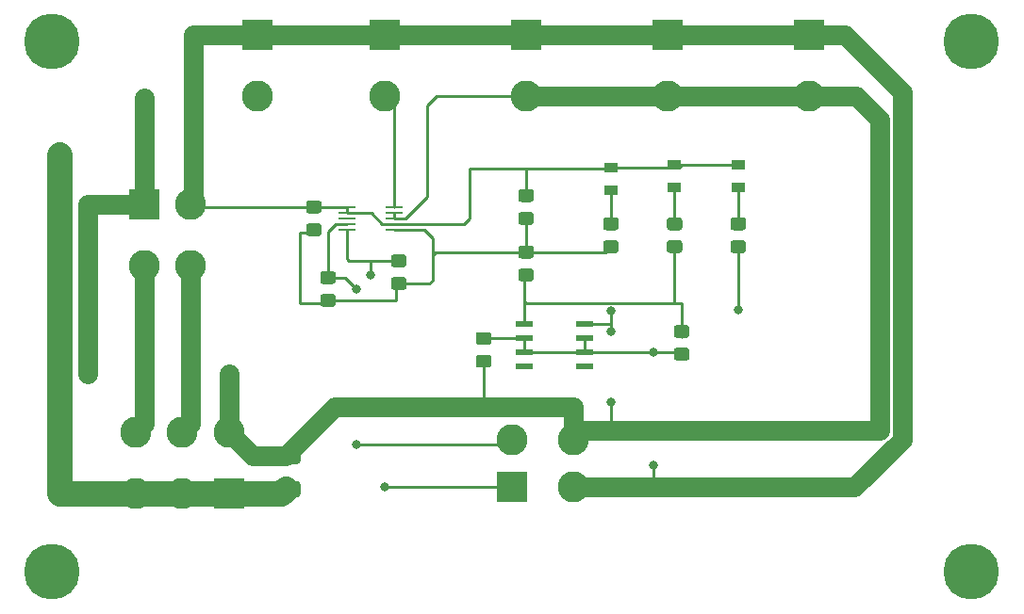
<source format=gbr>
%TF.GenerationSoftware,KiCad,Pcbnew,(5.1.6)-1*%
%TF.CreationDate,2020-11-22T13:37:39-05:00*%
%TF.ProjectId,GLV_BOBV6,474c565f-424f-4425-9636-2e6b69636164,rev?*%
%TF.SameCoordinates,Original*%
%TF.FileFunction,Copper,L1,Top*%
%TF.FilePolarity,Positive*%
%FSLAX46Y46*%
G04 Gerber Fmt 4.6, Leading zero omitted, Abs format (unit mm)*
G04 Created by KiCad (PCBNEW (5.1.6)-1) date 2020-11-22 13:37:39*
%MOMM*%
%LPD*%
G01*
G04 APERTURE LIST*
%TA.AperFunction,SMDPad,CuDef*%
%ADD10R,1.549400X0.558800*%
%TD*%
%TA.AperFunction,SMDPad,CuDef*%
%ADD11R,1.244600X0.863600*%
%TD*%
%TA.AperFunction,ComponentPad*%
%ADD12R,2.800000X2.800000*%
%TD*%
%TA.AperFunction,ComponentPad*%
%ADD13C,2.800000*%
%TD*%
%TA.AperFunction,SMDPad,CuDef*%
%ADD14R,1.574800X0.279400*%
%TD*%
%TA.AperFunction,ComponentPad*%
%ADD15C,5.000000*%
%TD*%
%TA.AperFunction,ViaPad*%
%ADD16C,0.800000*%
%TD*%
%TA.AperFunction,Conductor*%
%ADD17C,0.250000*%
%TD*%
%TA.AperFunction,Conductor*%
%ADD18C,1.800000*%
%TD*%
%TA.AperFunction,Conductor*%
%ADD19C,2.300000*%
%TD*%
G04 APERTURE END LIST*
%TO.P,R3,1*%
%TO.N,/3.3V_NOT_ISO*%
%TA.AperFunction,SMDPad,CuDef*%
G36*
G01*
X149040001Y-46050000D02*
X148139999Y-46050000D01*
G75*
G02*
X147890000Y-45800001I0J249999D01*
G01*
X147890000Y-45149999D01*
G75*
G02*
X148139999Y-44900000I249999J0D01*
G01*
X149040001Y-44900000D01*
G75*
G02*
X149290000Y-45149999I0J-249999D01*
G01*
X149290000Y-45800001D01*
G75*
G02*
X149040001Y-46050000I-249999J0D01*
G01*
G37*
%TD.AperFunction*%
%TO.P,R3,2*%
%TO.N,/SDA_NOT_ISO*%
%TA.AperFunction,SMDPad,CuDef*%
G36*
G01*
X149040001Y-44000000D02*
X148139999Y-44000000D01*
G75*
G02*
X147890000Y-43750001I0J249999D01*
G01*
X147890000Y-43099999D01*
G75*
G02*
X148139999Y-42850000I249999J0D01*
G01*
X149040001Y-42850000D01*
G75*
G02*
X149290000Y-43099999I0J-249999D01*
G01*
X149290000Y-43750001D01*
G75*
G02*
X149040001Y-44000000I-249999J0D01*
G01*
G37*
%TD.AperFunction*%
%TD*%
%TO.P,R2,2*%
%TO.N,/SCL_NOT_ISO*%
%TA.AperFunction,SMDPad,CuDef*%
G36*
G01*
X155390001Y-42485000D02*
X154489999Y-42485000D01*
G75*
G02*
X154240000Y-42235001I0J249999D01*
G01*
X154240000Y-41584999D01*
G75*
G02*
X154489999Y-41335000I249999J0D01*
G01*
X155390001Y-41335000D01*
G75*
G02*
X155640000Y-41584999I0J-249999D01*
G01*
X155640000Y-42235001D01*
G75*
G02*
X155390001Y-42485000I-249999J0D01*
G01*
G37*
%TD.AperFunction*%
%TO.P,R2,1*%
%TO.N,/3.3V_NOT_ISO*%
%TA.AperFunction,SMDPad,CuDef*%
G36*
G01*
X155390001Y-44535000D02*
X154489999Y-44535000D01*
G75*
G02*
X154240000Y-44285001I0J249999D01*
G01*
X154240000Y-43634999D01*
G75*
G02*
X154489999Y-43385000I249999J0D01*
G01*
X155390001Y-43385000D01*
G75*
G02*
X155640000Y-43634999I0J-249999D01*
G01*
X155640000Y-44285001D01*
G75*
G02*
X155390001Y-44535000I-249999J0D01*
G01*
G37*
%TD.AperFunction*%
%TD*%
%TO.P,C1,1*%
%TO.N,/3.3V_NOT_ISO*%
%TA.AperFunction,SMDPad,CuDef*%
G36*
G01*
X147770001Y-39700000D02*
X146869999Y-39700000D01*
G75*
G02*
X146620000Y-39450001I0J249999D01*
G01*
X146620000Y-38799999D01*
G75*
G02*
X146869999Y-38550000I249999J0D01*
G01*
X147770001Y-38550000D01*
G75*
G02*
X148020000Y-38799999I0J-249999D01*
G01*
X148020000Y-39450001D01*
G75*
G02*
X147770001Y-39700000I-249999J0D01*
G01*
G37*
%TD.AperFunction*%
%TO.P,C1,2*%
%TO.N,/GLV_RTN*%
%TA.AperFunction,SMDPad,CuDef*%
G36*
G01*
X147770001Y-37650000D02*
X146869999Y-37650000D01*
G75*
G02*
X146620000Y-37400001I0J249999D01*
G01*
X146620000Y-36749999D01*
G75*
G02*
X146869999Y-36500000I249999J0D01*
G01*
X147770001Y-36500000D01*
G75*
G02*
X148020000Y-36749999I0J-249999D01*
G01*
X148020000Y-37400001D01*
G75*
G02*
X147770001Y-37650000I-249999J0D01*
G01*
G37*
%TD.AperFunction*%
%TD*%
%TO.P,C2,2*%
%TO.N,/24V*%
%TA.AperFunction,SMDPad,CuDef*%
G36*
G01*
X162109999Y-50370000D02*
X163010001Y-50370000D01*
G75*
G02*
X163260000Y-50619999I0J-249999D01*
G01*
X163260000Y-51270001D01*
G75*
G02*
X163010001Y-51520000I-249999J0D01*
G01*
X162109999Y-51520000D01*
G75*
G02*
X161860000Y-51270001I0J249999D01*
G01*
X161860000Y-50619999D01*
G75*
G02*
X162109999Y-50370000I249999J0D01*
G01*
G37*
%TD.AperFunction*%
%TO.P,C2,1*%
%TO.N,/GLV_RTN*%
%TA.AperFunction,SMDPad,CuDef*%
G36*
G01*
X162109999Y-48320000D02*
X163010001Y-48320000D01*
G75*
G02*
X163260000Y-48569999I0J-249999D01*
G01*
X163260000Y-49220001D01*
G75*
G02*
X163010001Y-49470000I-249999J0D01*
G01*
X162109999Y-49470000D01*
G75*
G02*
X161860000Y-49220001I0J249999D01*
G01*
X161860000Y-48569999D01*
G75*
G02*
X162109999Y-48320000I249999J0D01*
G01*
G37*
%TD.AperFunction*%
%TD*%
%TO.P,C3,1*%
%TO.N,/GLV_RTN*%
%TA.AperFunction,SMDPad,CuDef*%
G36*
G01*
X180790001Y-50885000D02*
X179889999Y-50885000D01*
G75*
G02*
X179640000Y-50635001I0J249999D01*
G01*
X179640000Y-49984999D01*
G75*
G02*
X179889999Y-49735000I249999J0D01*
G01*
X180790001Y-49735000D01*
G75*
G02*
X181040000Y-49984999I0J-249999D01*
G01*
X181040000Y-50635001D01*
G75*
G02*
X180790001Y-50885000I-249999J0D01*
G01*
G37*
%TD.AperFunction*%
%TO.P,C3,2*%
%TO.N,/5V_NOT_ISO*%
%TA.AperFunction,SMDPad,CuDef*%
G36*
G01*
X180790001Y-48835000D02*
X179889999Y-48835000D01*
G75*
G02*
X179640000Y-48585001I0J249999D01*
G01*
X179640000Y-47934999D01*
G75*
G02*
X179889999Y-47685000I249999J0D01*
G01*
X180790001Y-47685000D01*
G75*
G02*
X181040000Y-47934999I0J-249999D01*
G01*
X181040000Y-48585001D01*
G75*
G02*
X180790001Y-48835000I-249999J0D01*
G01*
G37*
%TD.AperFunction*%
%TD*%
D10*
%TO.P,CR1,1*%
%TO.N,/5V_NOT_ISO*%
X166230300Y-47625000D03*
%TO.P,CR1,2*%
%TO.N,/GLV_RTN*%
X166230300Y-48895000D03*
%TO.P,CR1,3*%
X166230300Y-50165000D03*
%TO.P,CR1,4*%
%TO.N,Net-(CR1-Pad4)*%
X166230300Y-51435000D03*
%TO.P,CR1,5*%
%TO.N,Net-(CR1-Pad5)*%
X171589700Y-51435000D03*
%TO.P,CR1,6*%
%TO.N,/GLV_RTN*%
X171589700Y-50165000D03*
%TO.P,CR1,7*%
X171589700Y-48895000D03*
%TO.P,CR1,8*%
%TO.N,/24V*%
X171589700Y-47625000D03*
%TD*%
D11*
%TO.P,D1,1*%
%TO.N,/GLV_RTN*%
X173990000Y-33502600D03*
%TO.P,D1,2*%
%TO.N,Net-(D1-Pad2)*%
X173990000Y-35560000D03*
%TD*%
%TO.P,D2,2*%
%TO.N,Net-(D2-Pad2)*%
X179705000Y-35318700D03*
%TO.P,D2,1*%
%TO.N,/GLV_RTN*%
X179705000Y-33261300D03*
%TD*%
%TO.P,D3,1*%
%TO.N,/GLV_RTN*%
X185420000Y-33261300D03*
%TO.P,D3,2*%
%TO.N,Net-(D3-Pad2)*%
X185420000Y-35318700D03*
%TD*%
D12*
%TO.P,J1,1*%
%TO.N,/GLV_RTN*%
X153670000Y-21590000D03*
D13*
%TO.P,J1,2*%
%TO.N,/BATT+*%
X153670000Y-27090000D03*
%TD*%
D12*
%TO.P,J2,1*%
%TO.N,/GLV_RTN*%
X179070000Y-21590000D03*
D13*
%TO.P,J2,2*%
%TO.N,/24V*%
X179070000Y-27090000D03*
%TD*%
%TO.P,J3,2*%
%TO.N,/24V*%
X142240000Y-27090000D03*
D12*
%TO.P,J3,1*%
%TO.N,/GLV_RTN*%
X142240000Y-21590000D03*
%TD*%
%TO.P,J4,1*%
%TO.N,/GLV_RTN*%
X166370000Y-21590000D03*
D13*
%TO.P,J4,2*%
%TO.N,/24V*%
X166370000Y-27090000D03*
%TD*%
%TO.P,J5,4*%
%TO.N,/24V*%
X170600000Y-58030000D03*
%TO.P,J5,3*%
%TO.N,/GLV_RTN*%
X170600000Y-62230000D03*
%TO.P,J5,2*%
%TO.N,/SDA_NOT_ISO*%
X165100000Y-58030000D03*
D12*
%TO.P,J5,1*%
%TO.N,/SCL_NOT_ISO*%
X165100000Y-62230000D03*
%TD*%
%TO.P,J6,1*%
%TO.N,/24V*%
X132080000Y-36830000D03*
D13*
%TO.P,J6,2*%
%TO.N,/GLV_RTN*%
X136280000Y-36830000D03*
%TO.P,J6,3*%
%TO.N,/BREAKER_OUT_SL*%
X132080000Y-42330000D03*
%TO.P,J6,4*%
%TO.N,/BREAKER_OUT_COOL*%
X136280000Y-42330000D03*
%TD*%
D12*
%TO.P,J8,1*%
%TO.N,/BATT+*%
X139700000Y-62865000D03*
D13*
%TO.P,J8,2*%
X135500000Y-62865000D03*
%TO.P,J8,3*%
X131300000Y-62865000D03*
%TO.P,J8,4*%
%TO.N,/24V*%
X139700000Y-57365000D03*
%TO.P,J8,5*%
%TO.N,/BREAKER_OUT_COOL*%
X135500000Y-57365000D03*
%TO.P,J8,6*%
%TO.N,/BREAKER_OUT_SL*%
X131300000Y-57365000D03*
%TD*%
%TO.P,J9,2*%
%TO.N,/24V*%
X191770000Y-27090000D03*
D12*
%TO.P,J9,1*%
%TO.N,/GLV_RTN*%
X191770000Y-21590000D03*
%TD*%
%TO.P,R1,1*%
%TO.N,/24V*%
%TA.AperFunction,SMDPad,CuDef*%
G36*
G01*
X143705000Y-58760000D02*
X145855000Y-58760000D01*
G75*
G02*
X146105000Y-59010000I0J-250000D01*
G01*
X146105000Y-59935000D01*
G75*
G02*
X145855000Y-60185000I-250000J0D01*
G01*
X143705000Y-60185000D01*
G75*
G02*
X143455000Y-59935000I0J250000D01*
G01*
X143455000Y-59010000D01*
G75*
G02*
X143705000Y-58760000I250000J0D01*
G01*
G37*
%TD.AperFunction*%
%TO.P,R1,2*%
%TO.N,/BATT+*%
%TA.AperFunction,SMDPad,CuDef*%
G36*
G01*
X143705000Y-61735000D02*
X145855000Y-61735000D01*
G75*
G02*
X146105000Y-61985000I0J-250000D01*
G01*
X146105000Y-62910000D01*
G75*
G02*
X145855000Y-63160000I-250000J0D01*
G01*
X143705000Y-63160000D01*
G75*
G02*
X143455000Y-62910000I0J250000D01*
G01*
X143455000Y-61985000D01*
G75*
G02*
X143705000Y-61735000I250000J0D01*
G01*
G37*
%TD.AperFunction*%
%TD*%
%TO.P,R4,2*%
%TO.N,/3.3V_NOT_ISO*%
%TA.AperFunction,SMDPad,CuDef*%
G36*
G01*
X166820001Y-41705000D02*
X165919999Y-41705000D01*
G75*
G02*
X165670000Y-41455001I0J249999D01*
G01*
X165670000Y-40804999D01*
G75*
G02*
X165919999Y-40555000I249999J0D01*
G01*
X166820001Y-40555000D01*
G75*
G02*
X167070000Y-40804999I0J-249999D01*
G01*
X167070000Y-41455001D01*
G75*
G02*
X166820001Y-41705000I-249999J0D01*
G01*
G37*
%TD.AperFunction*%
%TO.P,R4,1*%
%TO.N,/5V_NOT_ISO*%
%TA.AperFunction,SMDPad,CuDef*%
G36*
G01*
X166820001Y-43755000D02*
X165919999Y-43755000D01*
G75*
G02*
X165670000Y-43505001I0J249999D01*
G01*
X165670000Y-42854999D01*
G75*
G02*
X165919999Y-42605000I249999J0D01*
G01*
X166820001Y-42605000D01*
G75*
G02*
X167070000Y-42854999I0J-249999D01*
G01*
X167070000Y-43505001D01*
G75*
G02*
X166820001Y-43755000I-249999J0D01*
G01*
G37*
%TD.AperFunction*%
%TD*%
%TO.P,R5,1*%
%TO.N,/3.3V_NOT_ISO*%
%TA.AperFunction,SMDPad,CuDef*%
G36*
G01*
X166820001Y-38675000D02*
X165919999Y-38675000D01*
G75*
G02*
X165670000Y-38425001I0J249999D01*
G01*
X165670000Y-37774999D01*
G75*
G02*
X165919999Y-37525000I249999J0D01*
G01*
X166820001Y-37525000D01*
G75*
G02*
X167070000Y-37774999I0J-249999D01*
G01*
X167070000Y-38425001D01*
G75*
G02*
X166820001Y-38675000I-249999J0D01*
G01*
G37*
%TD.AperFunction*%
%TO.P,R5,2*%
%TO.N,/GLV_RTN*%
%TA.AperFunction,SMDPad,CuDef*%
G36*
G01*
X166820001Y-36625000D02*
X165919999Y-36625000D01*
G75*
G02*
X165670000Y-36375001I0J249999D01*
G01*
X165670000Y-35724999D01*
G75*
G02*
X165919999Y-35475000I249999J0D01*
G01*
X166820001Y-35475000D01*
G75*
G02*
X167070000Y-35724999I0J-249999D01*
G01*
X167070000Y-36375001D01*
G75*
G02*
X166820001Y-36625000I-249999J0D01*
G01*
G37*
%TD.AperFunction*%
%TD*%
%TO.P,R7,1*%
%TO.N,Net-(D1-Pad2)*%
%TA.AperFunction,SMDPad,CuDef*%
G36*
G01*
X173539999Y-38015000D02*
X174440001Y-38015000D01*
G75*
G02*
X174690000Y-38264999I0J-249999D01*
G01*
X174690000Y-38915001D01*
G75*
G02*
X174440001Y-39165000I-249999J0D01*
G01*
X173539999Y-39165000D01*
G75*
G02*
X173290000Y-38915001I0J249999D01*
G01*
X173290000Y-38264999D01*
G75*
G02*
X173539999Y-38015000I249999J0D01*
G01*
G37*
%TD.AperFunction*%
%TO.P,R7,2*%
%TO.N,/3.3V_NOT_ISO*%
%TA.AperFunction,SMDPad,CuDef*%
G36*
G01*
X173539999Y-40065000D02*
X174440001Y-40065000D01*
G75*
G02*
X174690000Y-40314999I0J-249999D01*
G01*
X174690000Y-40965001D01*
G75*
G02*
X174440001Y-41215000I-249999J0D01*
G01*
X173539999Y-41215000D01*
G75*
G02*
X173290000Y-40965001I0J249999D01*
G01*
X173290000Y-40314999D01*
G75*
G02*
X173539999Y-40065000I249999J0D01*
G01*
G37*
%TD.AperFunction*%
%TD*%
%TO.P,R8,1*%
%TO.N,Net-(D2-Pad2)*%
%TA.AperFunction,SMDPad,CuDef*%
G36*
G01*
X179254999Y-38015000D02*
X180155001Y-38015000D01*
G75*
G02*
X180405000Y-38264999I0J-249999D01*
G01*
X180405000Y-38915001D01*
G75*
G02*
X180155001Y-39165000I-249999J0D01*
G01*
X179254999Y-39165000D01*
G75*
G02*
X179005000Y-38915001I0J249999D01*
G01*
X179005000Y-38264999D01*
G75*
G02*
X179254999Y-38015000I249999J0D01*
G01*
G37*
%TD.AperFunction*%
%TO.P,R8,2*%
%TO.N,/5V_NOT_ISO*%
%TA.AperFunction,SMDPad,CuDef*%
G36*
G01*
X179254999Y-40065000D02*
X180155001Y-40065000D01*
G75*
G02*
X180405000Y-40314999I0J-249999D01*
G01*
X180405000Y-40965001D01*
G75*
G02*
X180155001Y-41215000I-249999J0D01*
G01*
X179254999Y-41215000D01*
G75*
G02*
X179005000Y-40965001I0J249999D01*
G01*
X179005000Y-40314999D01*
G75*
G02*
X179254999Y-40065000I249999J0D01*
G01*
G37*
%TD.AperFunction*%
%TD*%
%TO.P,R9,2*%
%TO.N,/24V*%
%TA.AperFunction,SMDPad,CuDef*%
G36*
G01*
X184969999Y-40065000D02*
X185870001Y-40065000D01*
G75*
G02*
X186120000Y-40314999I0J-249999D01*
G01*
X186120000Y-40965001D01*
G75*
G02*
X185870001Y-41215000I-249999J0D01*
G01*
X184969999Y-41215000D01*
G75*
G02*
X184720000Y-40965001I0J249999D01*
G01*
X184720000Y-40314999D01*
G75*
G02*
X184969999Y-40065000I249999J0D01*
G01*
G37*
%TD.AperFunction*%
%TO.P,R9,1*%
%TO.N,Net-(D3-Pad2)*%
%TA.AperFunction,SMDPad,CuDef*%
G36*
G01*
X184969999Y-38015000D02*
X185870001Y-38015000D01*
G75*
G02*
X186120000Y-38264999I0J-249999D01*
G01*
X186120000Y-38915001D01*
G75*
G02*
X185870001Y-39165000I-249999J0D01*
G01*
X184969999Y-39165000D01*
G75*
G02*
X184720000Y-38915001I0J249999D01*
G01*
X184720000Y-38264999D01*
G75*
G02*
X184969999Y-38015000I249999J0D01*
G01*
G37*
%TD.AperFunction*%
%TD*%
D14*
%TO.P,U1,1*%
%TO.N,/GLV_RTN*%
X150304500Y-37099999D03*
%TO.P,U1,2*%
X150304500Y-37600001D03*
%TO.P,U1,3*%
%TO.N,Net-(U1-Pad3)*%
X150304500Y-38100000D03*
%TO.P,U1,4*%
%TO.N,/SDA_NOT_ISO*%
X150304500Y-38599999D03*
%TO.P,U1,5*%
%TO.N,/SCL_NOT_ISO*%
X150304500Y-39100001D03*
%TO.P,U1,6*%
%TO.N,/3.3V_NOT_ISO*%
X154495500Y-39100001D03*
%TO.P,U1,7*%
%TO.N,/GLV_RTN*%
X154495500Y-38599999D03*
%TO.P,U1,8*%
%TO.N,/24V*%
X154495500Y-38100000D03*
%TO.P,U1,9*%
X154495500Y-37600001D03*
%TO.P,U1,10*%
%TO.N,/BATT+*%
X154495500Y-37099999D03*
%TD*%
D15*
%TO.P,H1,1*%
%TO.N,N/C*%
X123825000Y-22225000D03*
%TD*%
%TO.P,H2,1*%
%TO.N,N/C*%
X123825000Y-69850000D03*
%TD*%
%TO.P,H3,1*%
%TO.N,N/C*%
X206375000Y-22225000D03*
%TD*%
%TO.P,H4,1*%
%TO.N,N/C*%
X206375000Y-69850000D03*
%TD*%
D16*
%TO.N,/GLV_RTN*%
X177800000Y-60325000D03*
X177800000Y-50165000D03*
%TO.N,/24V*%
X127000000Y-52070000D03*
X139700000Y-52070000D03*
X173990000Y-54610000D03*
X173990000Y-48260000D03*
X132080000Y-27305000D03*
X185420000Y-46355000D03*
X173990000Y-46445000D03*
%TO.N,/BATT+*%
X124460000Y-32385000D03*
%TO.N,/SDA_NOT_ISO*%
X151130000Y-44450000D03*
X151130000Y-58420000D03*
X151130000Y-58420000D03*
%TO.N,/SCL_NOT_ISO*%
X152400000Y-43180000D03*
X153670000Y-62230000D03*
%TD*%
D17*
%TO.N,/3.3V_NOT_ISO*%
X147320000Y-39125000D02*
X147320000Y-39370000D01*
X147320000Y-39370000D02*
X146050000Y-39370000D01*
X146050000Y-39370000D02*
X146050000Y-45720000D01*
X148345000Y-45720000D02*
X148590000Y-45475000D01*
X146050000Y-45720000D02*
X148345000Y-45720000D01*
X148590000Y-45475000D02*
X154695000Y-45475000D01*
X154495500Y-39100001D02*
X157210001Y-39100001D01*
X157210001Y-39100001D02*
X157970000Y-39860000D01*
X154695000Y-44205000D02*
X154940000Y-43960000D01*
X154695000Y-45475000D02*
X154695000Y-44205000D01*
X157970000Y-42690000D02*
X157970000Y-43670000D01*
X157680000Y-43960000D02*
X154940000Y-43960000D01*
X157970000Y-43670000D02*
X157680000Y-43960000D01*
X166370000Y-41130000D02*
X166370000Y-38100000D01*
X166370000Y-41130000D02*
X158260000Y-41130000D01*
X157970000Y-39860000D02*
X157970000Y-41420000D01*
X158260000Y-41130000D02*
X157970000Y-41420000D01*
X157970000Y-41420000D02*
X157970000Y-42690000D01*
X173500000Y-41130000D02*
X173990000Y-40640000D01*
X166370000Y-41130000D02*
X173500000Y-41130000D01*
D18*
%TO.N,/GLV_RTN*%
X142240000Y-21590000D02*
X153670000Y-21590000D01*
X153670000Y-21590000D02*
X166370000Y-21590000D01*
X166370000Y-21590000D02*
X179070000Y-21590000D01*
X179070000Y-21590000D02*
X191770000Y-21590000D01*
D17*
X150304500Y-37099999D02*
X150304500Y-37600001D01*
X150304500Y-37600001D02*
X151341900Y-37600001D01*
D18*
X200120010Y-57978431D02*
X195868441Y-62230000D01*
X200120010Y-26740010D02*
X200120010Y-57978431D01*
X194970000Y-21590000D02*
X200120010Y-26740010D01*
X191770000Y-21590000D02*
X194970000Y-21590000D01*
D17*
X166230300Y-50165000D02*
X171589700Y-50165000D01*
X171589700Y-50165000D02*
X171589700Y-48895000D01*
X166230300Y-50165000D02*
X166230300Y-48895000D01*
D18*
X177800000Y-62230000D02*
X170600000Y-62230000D01*
X195868441Y-62230000D02*
X177800000Y-62230000D01*
D17*
X174625000Y-50165000D02*
X171589700Y-50165000D01*
X152458102Y-37600001D02*
X151341900Y-37600001D01*
X153458100Y-38599999D02*
X152458102Y-37600001D01*
X154495500Y-38599999D02*
X153458100Y-38599999D01*
X180098700Y-33502600D02*
X180340000Y-33261300D01*
X173990000Y-33502600D02*
X180098700Y-33502600D01*
X180340000Y-33261300D02*
X185420000Y-33261300D01*
X154495500Y-38599999D02*
X160790001Y-38599999D01*
D18*
X142240000Y-21590000D02*
X136525000Y-21590000D01*
X136525000Y-36585000D02*
X136280000Y-36830000D01*
X136525000Y-21590000D02*
X136525000Y-36585000D01*
D17*
X136525000Y-37075000D02*
X136280000Y-36830000D01*
X147320000Y-37075000D02*
X136525000Y-37075000D01*
X177800000Y-62230000D02*
X177800000Y-60325000D01*
X180195000Y-50165000D02*
X180340000Y-50310000D01*
X177800000Y-50165000D02*
X180195000Y-50165000D01*
X177800000Y-50165000D02*
X174625000Y-50165000D01*
X162560000Y-48895000D02*
X166230300Y-48895000D01*
X166370000Y-36050000D02*
X166370000Y-33655000D01*
X161290000Y-38100000D02*
X160790001Y-38599999D01*
X161290000Y-33655000D02*
X161290000Y-38100000D01*
X173990000Y-33502600D02*
X173837600Y-33655000D01*
X173837600Y-33655000D02*
X161290000Y-33655000D01*
X147344999Y-37099999D02*
X147320000Y-37075000D01*
X150304500Y-37099999D02*
X147344999Y-37099999D01*
D18*
%TO.N,/24V*%
X166370000Y-27090000D02*
X179070000Y-27090000D01*
X179070000Y-27090000D02*
X191770000Y-27090000D01*
D17*
X154495500Y-37600001D02*
X154495500Y-38100000D01*
X166370000Y-27090000D02*
X158330000Y-27090000D01*
X158330000Y-27090000D02*
X157480000Y-27940000D01*
X155532900Y-38100000D02*
X154495500Y-38100000D01*
X157480000Y-36152900D02*
X155532900Y-38100000D01*
X157480000Y-27940000D02*
X157480000Y-36152900D01*
D18*
X171480000Y-57150000D02*
X170600000Y-58030000D01*
X191770000Y-27090000D02*
X196000000Y-27090000D01*
X198120000Y-29210000D02*
X198120000Y-57150000D01*
X196000000Y-27090000D02*
X198120000Y-29210000D01*
X132080000Y-36830000D02*
X127000000Y-36830000D01*
X127000000Y-36830000D02*
X127000000Y-52070000D01*
X170600000Y-58030000D02*
X170600000Y-55030000D01*
X149222500Y-55030000D02*
X144780000Y-59472500D01*
X173990000Y-57150000D02*
X171480000Y-57150000D01*
D17*
X173990000Y-57150000D02*
X173990000Y-54610000D01*
D18*
X198120000Y-57150000D02*
X173990000Y-57150000D01*
D17*
X172085000Y-47625000D02*
X171589700Y-47625000D01*
X173990000Y-48260000D02*
X173990000Y-47625000D01*
X173990000Y-47625000D02*
X171589700Y-47625000D01*
D18*
X132080000Y-36830000D02*
X132080000Y-27305000D01*
X139700000Y-52070000D02*
X139700000Y-57365000D01*
X141807500Y-59472500D02*
X139700000Y-57365000D01*
X144780000Y-59472500D02*
X141807500Y-59472500D01*
D17*
X185420000Y-40640000D02*
X185420000Y-46355000D01*
X173990000Y-46445000D02*
X173990000Y-47625000D01*
X162560000Y-50945000D02*
X162560000Y-54610000D01*
D18*
X170600000Y-55030000D02*
X162140000Y-55030000D01*
D17*
X162560000Y-54610000D02*
X162140000Y-55030000D01*
D18*
X162140000Y-55030000D02*
X149222500Y-55030000D01*
D17*
%TO.N,/5V_NOT_ISO*%
X180340000Y-48750000D02*
X180340000Y-45720000D01*
X180340000Y-45720000D02*
X166370000Y-45720000D01*
X166370000Y-45720000D02*
X166230300Y-45580300D01*
X166230300Y-47625000D02*
X166230300Y-45580300D01*
X179705000Y-40640000D02*
X179705000Y-45720000D01*
X166230300Y-43319700D02*
X166370000Y-43180000D01*
X166230300Y-45580300D02*
X166230300Y-43319700D01*
%TO.N,Net-(D1-Pad2)*%
X173990000Y-38590000D02*
X173990000Y-35560000D01*
%TO.N,Net-(D2-Pad2)*%
X179705000Y-38590000D02*
X179705000Y-35318700D01*
%TO.N,Net-(D3-Pad2)*%
X185420000Y-38590000D02*
X185420000Y-35318700D01*
%TO.N,/BATT+*%
X154495500Y-27915500D02*
X153670000Y-27090000D01*
X154495500Y-37099999D02*
X154495500Y-27915500D01*
D19*
X124460000Y-62865000D02*
X131300000Y-62865000D01*
X124460000Y-32385000D02*
X124460000Y-62865000D01*
X131300000Y-62865000D02*
X135500000Y-62865000D01*
X135500000Y-62865000D02*
X139700000Y-62865000D01*
X144362500Y-62865000D02*
X144780000Y-62447500D01*
X139700000Y-62865000D02*
X144362500Y-62865000D01*
D17*
%TO.N,/SDA_NOT_ISO*%
X149267100Y-38599999D02*
X148590000Y-39277099D01*
X150304500Y-38599999D02*
X149267100Y-38599999D01*
X148590000Y-39277099D02*
X148590000Y-43180000D01*
X148590000Y-43425000D02*
X150105000Y-43425000D01*
X150105000Y-43425000D02*
X151130000Y-44450000D01*
X164710000Y-58420000D02*
X165100000Y-58030000D01*
X151130000Y-58420000D02*
X164710000Y-58420000D01*
%TO.N,/SCL_NOT_ISO*%
X153670000Y-62230000D02*
X165100000Y-62230000D01*
X150304500Y-39100001D02*
X150304500Y-41719500D01*
X150304500Y-41719500D02*
X150495000Y-41910000D01*
X152400000Y-41910000D02*
X152400000Y-43180000D01*
X152400000Y-41910000D02*
X154940000Y-41910000D01*
X150495000Y-41910000D02*
X152400000Y-41910000D01*
%TO.N,/BREAKER_OUT_SL*%
X132080000Y-56585000D02*
X131300000Y-57365000D01*
D18*
X132080000Y-42330000D02*
X132080000Y-56585000D01*
D17*
%TO.N,/BREAKER_OUT_COOL*%
X136280000Y-56585000D02*
X135500000Y-57365000D01*
D18*
X136280000Y-42330000D02*
X136280000Y-56585000D01*
%TD*%
M02*

</source>
